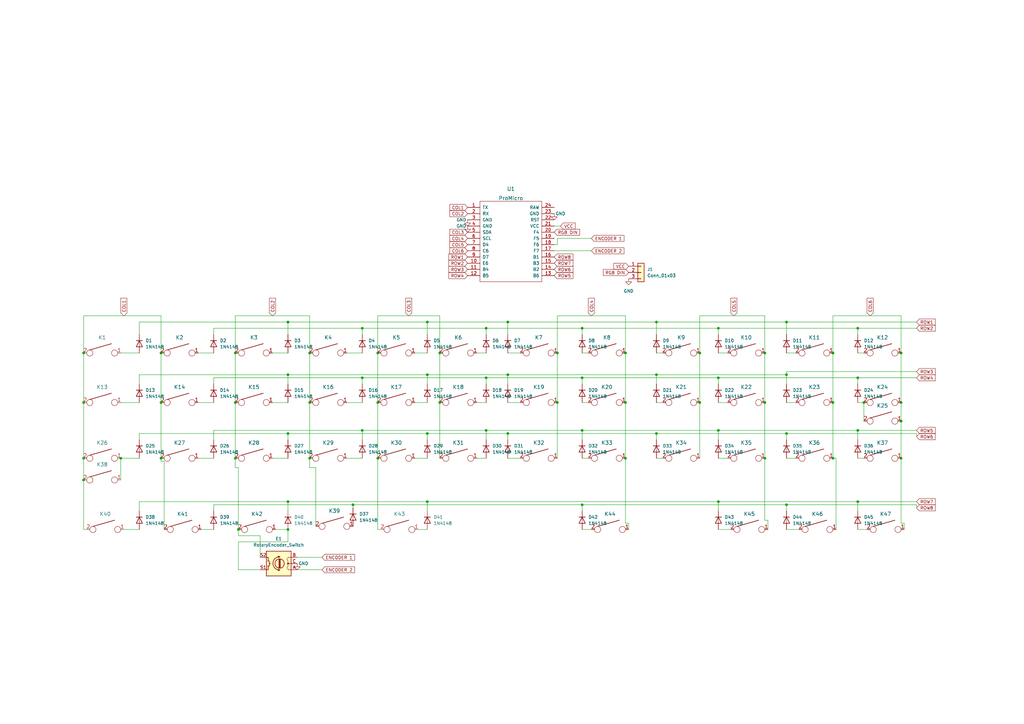
<source format=kicad_sch>
(kicad_sch (version 20211123) (generator eeschema)
  (paper "A3")
  (lib_symbols
    (symbol "Connector_Generic:Conn_01x03" (pin_names (offset 1.016) hide)
      (property "Reference" "J" (at 0 5.08 0))
      (property "Value" "Conn_01x03" (at 0 -5.08 0))
      (symbol "Conn_01x03_1_1"
        (pin passive line (at -5.08 2.54 0) (length 3.81) (name "Pin_1") (number "1"))
        (pin passive line (at -5.08 0 0) (length 3.81) (name "Pin_2") (number "2"))
        (pin passive line (at -5.08 -2.54 0) (length 3.81) (name "Pin_3") (number "3"))
      )
    )
    (symbol "Device:RotaryEncoder_Switch" (pin_names (offset 0.254) hide)
      (property "Reference" "SW" (at 0 6.604 0))
      (property "Value" "RotaryEncoder_Switch" (at 0 -6.604 0))
      (symbol "RotaryEncoder_Switch_1_1"
        (pin passive line (at -7.62 2.54 0) (length 2.54) (name "A") (number "A"))
        (pin passive line (at -7.62 -2.54 0) (length 2.54) (name "B") (number "B"))
        (pin passive line (at -7.62 0 0) (length 2.54) (name "C") (number "C"))
        (pin passive line (at 7.62 2.54 180) (length 2.54) (name "S1") (number "S1"))
        (pin passive line (at 7.62 -2.54 180) (length 2.54) (name "S2") (number "S2"))
      )
    )
    (symbol "Diode:1N4148" (pin_numbers hide) (pin_names (offset 1.016) hide)
      (property "Reference" "D" (at 0 2.54 0))
      (property "Value" "1N4148" (at 0 -2.54 0))
      (symbol "1N4148_1_1"
        (pin passive line (at -3.81 0 0) (length 2.54) (name "K") (number "1"))
        (pin passive line (at 3.81 0 180) (length 2.54) (name "A") (number "2"))
      )
    )
    (symbol "keyboard_parts:KEYSW" (pin_names (offset 1.016))
      (property "Reference" "K?" (at -1.27 0 0))
      (symbol "KEYSW_1_1"
        (pin passive line (at 7.62 0 180) (length 1.27) (name "~") (number "1"))
        (pin passive line (at -7.62 0 0) (length 1.27) (name "~") (number "2"))
      )
    )
    (symbol "power:GND" (power) (pin_names (offset 0))
      (property "Value" "GND" (at 0 -3.81 0))
      (symbol "GND_1_1"
        (pin power_in line (at 0 0 270) (length 0) hide (name "GND") (number "1"))
      )
    )
    (symbol "promicro:ProMicro" (pin_names (offset 1.016))
      (property "Reference" "U" (at 0 24.13 0))
      (property "Value" "ProMicro" (at 0 -13.97 0))
      (symbol "ProMicro_1_1"
        (pin bidirectional line (at -17.78 19.05 0) (length 5.08) (name "TX") (number "1"))
        (pin bidirectional line (at -17.78 -3.81 0) (length 5.08) (name "E6") (number "10"))
        (pin bidirectional line (at -17.78 -6.35 0) (length 5.08) (name "B4") (number "11"))
        (pin bidirectional line (at -17.78 -8.89 0) (length 5.08) (name "B5") (number "12"))
        (pin bidirectional line (at 17.78 -8.89 180) (length 5.08) (name "B6") (number "13"))
        (pin bidirectional line (at 17.78 -6.35 180) (length 5.08) (name "B2") (number "14"))
        (pin bidirectional line (at 17.78 -3.81 180) (length 5.08) (name "B3") (number "15"))
        (pin bidirectional line (at 17.78 -1.27 180) (length 5.08) (name "B1") (number "16"))
        (pin bidirectional line (at 17.78 1.27 180) (length 5.08) (name "F7") (number "17"))
        (pin bidirectional line (at 17.78 3.81 180) (length 5.08) (name "F6") (number "18"))
        (pin bidirectional line (at 17.78 6.35 180) (length 5.08) (name "F5") (number "19"))
        (pin bidirectional line (at -17.78 16.51 0) (length 5.08) (name "RX") (number "2"))
        (pin bidirectional line (at 17.78 8.89 180) (length 5.08) (name "F4") (number "20"))
        (pin power_in line (at 17.78 11.43 180) (length 5.08) (name "VCC") (number "21"))
        (pin input line (at 17.78 13.97 180) (length 5.08) (name "RST") (number "22"))
        (pin power_in line (at 17.78 16.51 180) (length 5.08) (name "GND") (number "23"))
        (pin power_out line (at 17.78 19.05 180) (length 5.08) (name "RAW") (number "24"))
        (pin power_in line (at -17.78 13.97 0) (length 5.08) (name "GND") (number "3"))
        (pin power_in line (at -17.78 11.43 0) (length 5.08) (name "GND") (number "4"))
        (pin bidirectional line (at -17.78 8.89 0) (length 5.08) (name "SDA") (number "5"))
        (pin bidirectional line (at -17.78 6.35 0) (length 5.08) (name "SCL") (number "6"))
        (pin bidirectional line (at -17.78 3.81 0) (length 5.08) (name "D4") (number "7"))
        (pin bidirectional line (at -17.78 1.27 0) (length 5.08) (name "C6") (number "8"))
        (pin bidirectional line (at -17.78 -1.27 0) (length 5.08) (name "D7") (number "9"))
      )
    )
  )
  (junction (at 208.28 177.8))
  (junction (at 127 187.96))
  (junction (at 369.57 165.1))
  (junction (at 341.63 165.1))
  (junction (at 34.29 144.78))
  (junction (at 96.52 165.1))
  (junction (at 175.26 205.74))
  (junction (at 228.6 165.1))
  (junction (at 180.34 144.78))
  (junction (at 313.69 165.1))
  (junction (at 34.29 187.96))
  (junction (at 148.59 154.94))
  (junction (at 118.11 205.74))
  (junction (at 351.79 154.94))
  (junction (at 97.79 217.17))
  (junction (at 175.26 153.67))
  (junction (at 175.26 177.8))
  (junction (at 351.79 205.74))
  (junction (at 199.39 134.62))
  (junction (at 154.94 165.1))
  (junction (at 175.26 132.08))
  (junction (at 118.11 177.8))
  (junction (at 354.33 165.1))
  (junction (at 34.29 165.1))
  (junction (at 148.59 176.53))
  (junction (at 294.64 134.62))
  (junction (at 66.04 187.96))
  (junction (at 144.78 207.01))
  (junction (at 287.02 144.78))
  (junction (at 49.53 187.96))
  (junction (at 228.6 144.78))
  (junction (at 180.34 165.1))
  (junction (at 154.94 187.96))
  (junction (at 341.63 144.78))
  (junction (at 34.29 196.85))
  (junction (at 256.54 165.1))
  (junction (at 238.76 207.01))
  (junction (at 369.57 187.96))
  (junction (at 369.57 172.72))
  (junction (at 118.11 132.08))
  (junction (at 148.59 134.62))
  (junction (at 294.64 205.74))
  (junction (at 287.02 165.1))
  (junction (at 118.11 217.17))
  (junction (at 199.39 176.53))
  (junction (at 269.24 132.08))
  (junction (at 322.58 132.08))
  (junction (at 256.54 144.78))
  (junction (at 269.24 153.67))
  (junction (at 269.24 177.8))
  (junction (at 238.76 154.94))
  (junction (at 256.54 187.96))
  (junction (at 208.28 132.08))
  (junction (at 96.52 187.96))
  (junction (at 322.58 177.8))
  (junction (at 238.76 134.62))
  (junction (at 322.58 153.67))
  (junction (at 127 165.1))
  (junction (at 154.94 144.78))
  (junction (at 96.52 144.78))
  (junction (at 208.28 153.67))
  (junction (at 351.79 176.53))
  (junction (at 369.57 144.78))
  (junction (at 341.63 187.96))
  (junction (at 127 144.78))
  (junction (at 118.11 153.67))
  (junction (at 238.76 176.53))
  (junction (at 313.69 187.96))
  (junction (at 66.04 144.78))
  (junction (at 294.64 154.94))
  (junction (at 66.04 165.1))
  (junction (at 313.69 144.78))
  (junction (at 199.39 154.94))
  (junction (at 351.79 134.62))
  (junction (at 322.58 207.01))
  (junction (at 294.64 176.53))
  (wire (pts (xy 322.58 207.01) (xy 375.92 207.01)))
  (wire (pts (xy 57.15 205.74) (xy 118.11 205.74)))
  (wire (pts (xy 175.26 153.67) (xy 208.28 153.67)))
  (wire (pts (xy 96.52 129.54) (xy 127 129.54)))
  (wire (pts (xy 322.58 177.8) (xy 322.58 180.34)))
  (wire (pts (xy 294.64 205.74) (xy 351.79 205.74)))
  (wire (pts (xy 269.24 144.78) (xy 271.78 144.78)))
  (wire (pts (xy 142.24 144.78) (xy 148.59 144.78)))
  (wire (pts (xy 127 144.78) (xy 127 165.1)))
  (wire (pts (xy 287.02 129.54) (xy 313.69 129.54)))
  (wire (pts (xy 322.58 153.67) (xy 322.58 157.48)))
  (wire (pts (xy 199.39 134.62) (xy 148.59 134.62)))
  (wire (pts (xy 227.33 102.87) (xy 242.57 102.87)))
  (wire (pts (xy 129.54 191.77) (xy 127 191.77)))
  (wire (pts (xy 294.64 176.53) (xy 351.79 176.53)))
  (wire (pts (xy 351.79 134.62) (xy 294.64 134.62)))
  (wire (pts (xy 49.53 187.96) (xy 49.53 196.85)))
  (wire (pts (xy 351.79 154.94) (xy 294.64 154.94)))
  (wire (pts (xy 127 191.77) (xy 127 187.96)))
  (wire (pts (xy 175.26 177.8) (xy 175.26 180.34)))
  (wire (pts (xy 49.53 187.96) (xy 57.15 187.96)))
  (wire (pts (xy 294.64 154.94) (xy 294.64 157.48)))
  (wire (pts (xy 170.18 144.78) (xy 175.26 144.78)))
  (wire (pts (xy 351.79 157.48) (xy 351.79 154.94)))
  (wire (pts (xy 322.58 209.55) (xy 322.58 207.01)))
  (wire (pts (xy 369.57 187.96) (xy 369.57 214.63)))
  (wire (pts (xy 171.45 217.17) (xy 175.26 217.17)))
  (wire (pts (xy 118.11 205.74) (xy 118.11 209.55)))
  (wire (pts (xy 148.59 154.94) (xy 148.59 157.48)))
  (wire (pts (xy 175.26 205.74) (xy 175.26 209.55)))
  (wire (pts (xy 96.52 144.78) (xy 96.52 165.1)))
  (wire (pts (xy 369.57 144.78) (xy 369.57 165.1)))
  (wire (pts (xy 97.79 217.17) (xy 97.79 219.71)))
  (wire (pts (xy 121.92 228.6) (xy 132.08 228.6)))
  (wire (pts (xy 322.58 132.08) (xy 322.58 137.16)))
  (wire (pts (xy 238.76 187.96) (xy 241.3 187.96)))
  (wire (pts (xy 50.8 217.17) (xy 57.15 217.17)))
  (wire (pts (xy 238.76 176.53) (xy 199.39 176.53)))
  (wire (pts (xy 257.81 214.63) (xy 257.81 217.17)))
  (wire (pts (xy 228.6 97.79) (xy 228.6 100.33)))
  (wire (pts (xy 322.58 132.08) (xy 375.92 132.08)))
  (wire (pts (xy 238.76 207.01) (xy 144.78 207.01)))
  (wire (pts (xy 287.02 144.78) (xy 287.02 165.1)))
  (wire (pts (xy 341.63 144.78) (xy 341.63 129.54)))
  (wire (pts (xy 294.64 134.62) (xy 238.76 134.62)))
  (wire (pts (xy 34.29 165.1) (xy 34.29 187.96)))
  (wire (pts (xy 118.11 132.08) (xy 118.11 137.16)))
  (wire (pts (xy 129.54 215.9) (xy 129.54 191.77)))
  (wire (pts (xy 175.26 153.67) (xy 175.26 157.48)))
  (wire (pts (xy 294.64 176.53) (xy 238.76 176.53)))
  (wire (pts (xy 208.28 132.08) (xy 269.24 132.08)))
  (wire (pts (xy 111.76 144.78) (xy 118.11 144.78)))
  (wire (pts (xy 208.28 144.78) (xy 213.36 144.78)))
  (wire (pts (xy 118.11 153.67) (xy 175.26 153.67)))
  (wire (pts (xy 208.28 132.08) (xy 208.28 137.16)))
  (wire (pts (xy 342.9 217.17) (xy 342.9 187.96)))
  (wire (pts (xy 256.54 165.1) (xy 256.54 187.96)))
  (wire (pts (xy 238.76 154.94) (xy 238.76 157.48)))
  (wire (pts (xy 322.58 177.8) (xy 375.92 177.8)))
  (wire (pts (xy 351.79 187.96) (xy 354.33 187.96)))
  (wire (pts (xy 238.76 217.17) (xy 242.57 217.17)))
  (wire (pts (xy 97.79 191.77) (xy 96.52 191.77)))
  (wire (pts (xy 238.76 207.01) (xy 238.76 209.55)))
  (wire (pts (xy 144.78 207.01) (xy 144.78 208.28)))
  (wire (pts (xy 106.68 228.6) (xy 106.68 219.71)))
  (wire (pts (xy 66.04 129.54) (xy 34.29 129.54)))
  (wire (pts (xy 67.31 189.23) (xy 66.04 189.23)))
  (wire (pts (xy 195.58 144.78) (xy 199.39 144.78)))
  (wire (pts (xy 97.79 222.25) (xy 97.79 233.68)))
  (wire (pts (xy 208.28 187.96) (xy 213.36 187.96)))
  (wire (pts (xy 57.15 132.08) (xy 118.11 132.08)))
  (wire (pts (xy 199.39 154.94) (xy 199.39 157.48)))
  (wire (pts (xy 106.68 219.71) (xy 97.79 219.71)))
  (wire (pts (xy 82.55 217.17) (xy 87.63 217.17)))
  (wire (pts (xy 57.15 209.55) (xy 57.15 205.74)))
  (wire (pts (xy 180.34 144.78) (xy 180.34 165.1)))
  (wire (pts (xy 127 129.54) (xy 127 144.78)))
  (wire (pts (xy 87.63 176.53) (xy 87.63 180.34)))
  (wire (pts (xy 341.63 165.1) (xy 341.63 187.96)))
  (wire (pts (xy 294.64 154.94) (xy 238.76 154.94)))
  (wire (pts (xy 148.59 134.62) (xy 87.63 134.62)))
  (wire (pts (xy 351.79 205.74) (xy 351.79 209.55)))
  (wire (pts (xy 113.03 217.17) (xy 118.11 217.17)))
  (wire (pts (xy 175.26 177.8) (xy 208.28 177.8)))
  (wire (pts (xy 154.94 187.96) (xy 154.94 217.17)))
  (wire (pts (xy 111.76 187.96) (xy 118.11 187.96)))
  (wire (pts (xy 256.54 187.96) (xy 256.54 214.63)))
  (wire (pts (xy 341.63 129.54) (xy 369.57 129.54)))
  (wire (pts (xy 354.33 165.1) (xy 354.33 172.72)))
  (wire (pts (xy 242.57 97.79) (xy 228.6 97.79)))
  (wire (pts (xy 175.26 132.08) (xy 208.28 132.08)))
  (wire (pts (xy 294.64 187.96) (xy 298.45 187.96)))
  (wire (pts (xy 96.52 165.1) (xy 96.52 187.96)))
  (wire (pts (xy 287.02 165.1) (xy 287.02 187.96)))
  (wire (pts (xy 269.24 165.1) (xy 271.78 165.1)))
  (wire (pts (xy 66.04 144.78) (xy 66.04 129.54)))
  (wire (pts (xy 118.11 217.17) (xy 118.11 222.25)))
  (wire (pts (xy 228.6 144.78) (xy 228.6 129.54)))
  (wire (pts (xy 351.79 217.17) (xy 355.6 217.17)))
  (wire (pts (xy 199.39 176.53) (xy 199.39 180.34)))
  (wire (pts (xy 238.76 176.53) (xy 238.76 180.34)))
  (wire (pts (xy 269.24 177.8) (xy 269.24 180.34)))
  (wire (pts (xy 313.69 213.36) (xy 314.96 213.36)))
  (wire (pts (xy 375.92 207.01) (xy 375.92 208.28)))
  (wire (pts (xy 351.79 176.53) (xy 375.92 176.53)))
  (wire (pts (xy 180.34 129.54) (xy 180.34 144.78)))
  (wire (pts (xy 322.58 165.1) (xy 326.39 165.1)))
  (wire (pts (xy 228.6 144.78) (xy 228.6 165.1)))
  (wire (pts (xy 294.64 205.74) (xy 294.64 209.55)))
  (wire (pts (xy 199.39 134.62) (xy 199.39 137.16)))
  (wire (pts (xy 97.79 217.17) (xy 97.79 191.77)))
  (wire (pts (xy 66.04 144.78) (xy 66.04 165.1)))
  (wire (pts (xy 322.58 217.17) (xy 327.66 217.17)))
  (wire (pts (xy 208.28 177.8) (xy 208.28 180.34)))
  (wire (pts (xy 341.63 144.78) (xy 341.63 165.1)))
  (wire (pts (xy 269.24 132.08) (xy 269.24 137.16)))
  (wire (pts (xy 238.76 134.62) (xy 238.76 137.16)))
  (wire (pts (xy 34.29 144.78) (xy 34.29 165.1)))
  (wire (pts (xy 351.79 154.94) (xy 375.92 154.94)))
  (wire (pts (xy 118.11 205.74) (xy 175.26 205.74)))
  (wire (pts (xy 351.79 205.74) (xy 375.92 205.74)))
  (wire (pts (xy 34.29 217.17) (xy 35.56 217.17)))
  (wire (pts (xy 34.29 187.96) (xy 34.29 196.85)))
  (wire (pts (xy 154.94 144.78) (xy 154.94 129.54)))
  (wire (pts (xy 148.59 134.62) (xy 148.59 137.16)))
  (wire (pts (xy 118.11 132.08) (xy 175.26 132.08)))
  (wire (pts (xy 314.96 213.36) (xy 314.96 217.17)))
  (wire (pts (xy 121.92 233.68) (xy 132.08 233.68)))
  (wire (pts (xy 269.24 177.8) (xy 322.58 177.8)))
  (wire (pts (xy 81.28 187.96) (xy 87.63 187.96)))
  (wire (pts (xy 148.59 154.94) (xy 87.63 154.94)))
  (wire (pts (xy 57.15 180.34) (xy 57.15 177.8)))
  (wire (pts (xy 106.68 233.68) (xy 97.79 233.68)))
  (wire (pts (xy 369.57 214.63) (xy 370.84 214.63)))
  (wire (pts (xy 49.53 144.78) (xy 57.15 144.78)))
  (wire (pts (xy 96.52 191.77) (xy 96.52 187.96)))
  (wire (pts (xy 199.39 176.53) (xy 148.59 176.53)))
  (wire (pts (xy 66.04 165.1) (xy 66.04 187.96)))
  (wire (pts (xy 375.92 152.4) (xy 322.58 152.4)))
  (wire (pts (xy 228.6 129.54) (xy 256.54 129.54)))
  (wire (pts (xy 294.64 217.17) (xy 299.72 217.17)))
  (wire (pts (xy 144.78 207.01) (xy 87.63 207.01)))
  (wire (pts (xy 256.54 129.54) (xy 256.54 144.78)))
  (wire (pts (xy 34.29 196.85) (xy 34.29 217.17)))
  (wire (pts (xy 313.69 129.54) (xy 313.69 144.78)))
  (wire (pts (xy 118.11 177.8) (xy 175.26 177.8)))
  (wire (pts (xy 154.94 165.1) (xy 154.94 187.96)))
  (wire (pts (xy 111.76 165.1) (xy 118.11 165.1)))
  (wire (pts (xy 154.94 217.17) (xy 156.21 217.17)))
  (wire (pts (xy 154.94 129.54) (xy 180.34 129.54)))
  (wire (pts (xy 57.15 137.16) (xy 57.15 132.08)))
  (wire (pts (xy 342.9 187.96) (xy 341.63 187.96)))
  (wire (pts (xy 322.58 187.96) (xy 326.39 187.96)))
  (wire (pts (xy 256.54 214.63) (xy 257.81 214.63)))
  (wire (pts (xy 195.58 187.96) (xy 199.39 187.96)))
  (wire (pts (xy 170.18 187.96) (xy 175.26 187.96)))
  (wire (pts (xy 96.52 144.78) (xy 96.52 129.54)))
  (wire (pts (xy 369.57 165.1) (xy 369.57 172.72)))
  (wire (pts (xy 269.24 153.67) (xy 322.58 153.67)))
  (wire (pts (xy 208.28 165.1) (xy 213.36 165.1)))
  (wire (pts (xy 351.79 144.78) (xy 354.33 144.78)))
  (wire (pts (xy 208.28 177.8) (xy 269.24 177.8)))
  (wire (pts (xy 294.64 165.1) (xy 298.45 165.1)))
  (wire (pts (xy 199.39 154.94) (xy 148.59 154.94)))
  (wire (pts (xy 369.57 172.72) (xy 369.57 187.96)))
  (wire (pts (xy 351.79 134.62) (xy 375.92 134.62)))
  (wire (pts (xy 351.79 165.1) (xy 354.33 165.1)))
  (wire (pts (xy 294.64 144.78) (xy 298.45 144.78)))
  (wire (pts (xy 351.79 137.16) (xy 351.79 134.62)))
  (wire (pts (xy 49.53 165.1) (xy 57.15 165.1)))
  (wire (pts (xy 87.63 154.94) (xy 87.63 157.48)))
  (wire (pts (xy 256.54 144.78) (xy 256.54 165.1)))
  (wire (pts (xy 228.6 165.1) (xy 228.6 187.96)))
  (wire (pts (xy 370.84 214.63) (xy 370.84 217.17)))
  (wire (pts (xy 34.29 129.54) (xy 34.29 144.78)))
  (wire (pts (xy 148.59 176.53) (xy 87.63 176.53)))
  (wire (pts (xy 81.28 144.78) (xy 87.63 144.78)))
  (wire (pts (xy 87.63 134.62) (xy 87.63 137.16)))
  (wire (pts (xy 269.24 132.08) (xy 322.58 132.08)))
  (wire (pts (xy 127 165.1) (xy 127 187.96)))
  (wire (pts (xy 313.69 165.1) (xy 313.69 187.96)))
  (wire (pts (xy 269.24 187.96) (xy 271.78 187.96)))
  (wire (pts (xy 313.69 144.78) (xy 313.69 165.1)))
  (wire (pts (xy 57.15 157.48) (xy 57.15 153.67)))
  (wire (pts (xy 118.11 177.8) (xy 118.11 180.34)))
  (wire (pts (xy 87.63 207.01) (xy 87.63 209.55)))
  (wire (pts (xy 227.33 92.71) (xy 229.87 92.71)))
  (wire (pts (xy 238.76 165.1) (xy 241.3 165.1)))
  (wire (pts (xy 294.64 180.34) (xy 294.64 176.53)))
  (wire (pts (xy 238.76 154.94) (xy 199.39 154.94)))
  (wire (pts (xy 313.69 187.96) (xy 313.69 213.36)))
  (wire (pts (xy 238.76 144.78) (xy 241.3 144.78)))
  (wire (pts (xy 322.58 207.01) (xy 238.76 207.01)))
  (wire (pts (xy 154.94 144.78) (xy 154.94 165.1)))
  (wire (pts (xy 81.28 165.1) (xy 87.63 165.1)))
  (wire (pts (xy 175.26 205.74) (xy 294.64 205.74)))
  (wire (pts (xy 228.6 100.33) (xy 227.33 100.33)))
  (wire (pts (xy 142.24 187.96) (xy 148.59 187.96)))
  (wire (pts (xy 208.28 153.67) (xy 269.24 153.67)))
  (wire (pts (xy 208.28 153.67) (xy 208.28 157.48)))
  (wire (pts (xy 118.11 222.25) (xy 97.79 222.25)))
  (wire (pts (xy 294.64 134.62) (xy 294.64 137.16)))
  (wire (pts (xy 148.59 176.53) (xy 148.59 180.34)))
  (wire (pts (xy 269.24 153.67) (xy 269.24 157.48)))
  (wire (pts (xy 118.11 153.67) (xy 118.11 157.48)))
  (wire (pts (xy 142.24 165.1) (xy 148.59 165.1)))
  (wire (pts (xy 287.02 144.78) (xy 287.02 129.54)))
  (wire (pts (xy 57.15 153.67) (xy 118.11 153.67)))
  (wire (pts (xy 66.04 189.23) (xy 66.04 187.96)))
  (wire (pts (xy 351.79 176.53) (xy 351.79 180.34)))
  (wire (pts (xy 238.76 134.62) (xy 199.39 134.62)))
  (wire (pts (xy 322.58 152.4) (xy 322.58 153.67)))
  (wire (pts (xy 369.57 129.54) (xy 369.57 144.78)))
  (wire (pts (xy 170.18 165.1) (xy 175.26 165.1)))
  (wire (pts (xy 322.58 144.78) (xy 326.39 144.78)))
  (wire (pts (xy 375.92 177.8) (xy 375.92 179.07)))
  (wire (pts (xy 180.34 165.1) (xy 180.34 187.96)))
  (wire (pts (xy 175.26 132.08) (xy 175.26 137.16)))
  (wire (pts (xy 67.31 217.17) (xy 67.31 189.23)))
  (wire (pts (xy 195.58 165.1) (xy 199.39 165.1)))
  (wire (pts (xy 57.15 177.8) (xy 118.11 177.8)))
  (global_label "RGB DIN" (shape input) (at 257.81 111.76 180) (property "Intersheet References" "${INTERSHEET_REFS}" (effects hide)))
  (global_label "COL5" (shape input) (at 300.99 129.54 90) (property "Intersheet References" "${INTERSHEET_REFS}" (effects hide)))
  (global_label "ROW2" (shape input) (at 375.92 134.62 0) (property "Intersheet References" "${INTERSHEET_REFS}" (effects hide)))
  (global_label "COL3" (shape input) (at 167.64 129.54 90) (property "Intersheet References" "${INTERSHEET_REFS}" (effects hide)))
  (global_label "ROW3" (shape input) (at 191.77 110.49 180) (property "Intersheet References" "${INTERSHEET_REFS}" (effects hide)))
  (global_label "COL4" (shape input) (at 191.77 97.79 180) (property "Intersheet References" "${INTERSHEET_REFS}" (effects hide)))
  (global_label "ROW4" (shape input) (at 375.92 154.94 0) (property "Intersheet References" "${INTERSHEET_REFS}" (effects hide)))
  (global_label "ROW8" (shape input) (at 227.33 105.41 0) (property "Intersheet References" "${INTERSHEET_REFS}" (effects hide)))
  (global_label "ROW7" (shape input) (at 227.33 107.95 0) (property "Intersheet References" "${INTERSHEET_REFS}" (effects hide)))
  (global_label "ENCODER 1" (shape input) (at 242.57 97.79 0) (property "Intersheet References" "${INTERSHEET_REFS}" (effects hide)))
  (global_label "COL1" (shape input) (at 50.8 129.54 90) (property "Intersheet References" "${INTERSHEET_REFS}" (effects hide)))
  (global_label "ROW5" (shape input) (at 375.92 176.53 0) (property "Intersheet References" "${INTERSHEET_REFS}" (effects hide)))
  (global_label "ROW5" (shape input) (at 227.33 113.03 0) (property "Intersheet References" "${INTERSHEET_REFS}" (effects hide)))
  (global_label "ROW1" (shape input) (at 191.77 105.41 180) (property "Intersheet References" "${INTERSHEET_REFS}" (effects hide)))
  (global_label "ENCODER 2" (shape input) (at 132.08 233.68 0) (property "Intersheet References" "${INTERSHEET_REFS}" (effects hide)))
  (global_label "ROW1" (shape input) (at 375.92 132.08 0) (property "Intersheet References" "${INTERSHEET_REFS}" (effects hide)))
  (global_label "ROW3" (shape input) (at 375.92 152.4 0) (property "Intersheet References" "${INTERSHEET_REFS}" (effects hide)))
  (global_label "VCC" (shape input) (at 257.81 109.22 180) (property "Intersheet References" "${INTERSHEET_REFS}" (effects hide)))
  (global_label "COL4" (shape input) (at 242.57 129.54 90) (property "Intersheet References" "${INTERSHEET_REFS}" (effects hide)))
  (global_label "COL2" (shape input) (at 191.77 87.63 180) (property "Intersheet References" "${INTERSHEET_REFS}" (effects hide)))
  (global_label "COL6" (shape input) (at 356.87 129.54 90) (property "Intersheet References" "${INTERSHEET_REFS}" (effects hide)))
  (global_label "COL3" (shape input) (at 191.77 95.25 180) (property "Intersheet References" "${INTERSHEET_REFS}" (effects hide)))
  (global_label "ENCODER 1" (shape input) (at 132.08 228.6 0) (property "Intersheet References" "${INTERSHEET_REFS}" (effects hide)))
  (global_label "COL1" (shape input) (at 191.77 85.09 180) (property "Intersheet References" "${INTERSHEET_REFS}" (effects hide)))
  (global_label "COL2" (shape input) (at 111.76 129.54 90) (property "Intersheet References" "${INTERSHEET_REFS}" (effects hide)))
  (global_label "VCC" (shape input) (at 229.87 92.71 0) (property "Intersheet References" "${INTERSHEET_REFS}" (effects hide)))
  (global_label "ROW6" (shape input) (at 375.92 179.07 0) (property "Intersheet References" "${INTERSHEET_REFS}" (effects hide)))
  (global_label "ROW2" (shape input) (at 191.77 107.95 180) (property "Intersheet References" "${INTERSHEET_REFS}" (effects hide)))
  (global_label "COL5" (shape input) (at 191.77 100.33 180) (property "Intersheet References" "${INTERSHEET_REFS}" (effects hide)))
  (global_label "ROW4" (shape input) (at 191.77 113.03 180) (property "Intersheet References" "${INTERSHEET_REFS}" (effects hide)))
  (global_label "RGB DIN" (shape input) (at 227.33 95.25 0) (property "Intersheet References" "${INTERSHEET_REFS}" (effects hide)))
  (global_label "COL6" (shape input) (at 191.77 102.87 180) (property "Intersheet References" "${INTERSHEET_REFS}" (effects hide)))
  (global_label "ROW8" (shape input) (at 375.92 208.28 0) (property "Intersheet References" "${INTERSHEET_REFS}" (effects hide)))
  (global_label "ENCODER 2" (shape input) (at 242.57 102.87 0) (property "Intersheet References" "${INTERSHEET_REFS}" (effects hide)))
  (global_label "ROW7" (shape input) (at 375.92 205.74 0) (property "Intersheet References" "${INTERSHEET_REFS}" (effects hide)))
  (global_label "ROW6" (shape input) (at 227.33 110.49 0) (property "Intersheet References" "${INTERSHEET_REFS}" (effects hide)))
  (symbol (lib_id "keyboard_parts:KEYSW") (at 187.96 165.1 0) (unit 1)
    (property "Reference" "K18" (at 187.96 158.75 0) (effects (font (size 1.524 1.524))))
    (property "Value" "KEYSW" (effects hide))
    (property "Footprint" "Button_Switch_Keyboard:SW_Cherry_MX_1.00u_PCB" (effects hide))
  )
  (symbol (lib_id "keyboard_parts:KEYSW") (at 137.16 215.9 0) (unit 1)
    (property "Reference" "K39" (at 137.16 209.55 0) (effects (font (size 1.524 1.524))))
    (property "Value" "KEYSW" (effects hide))
    (property "Footprint" "Button_Switch_Keyboard:SW_Cherry_MX_1.00u_PCB" (effects hide))
  )
  (symbol (lib_id "keyboard_parts:KEYSW") (at 73.66 165.1 0) (unit 1)
    (property "Reference" "K14" (at 73.66 158.75 0) (effects (font (size 1.524 1.524))))
    (property "Value" "KEYSW" (effects hide))
    (property "Footprint" "Button_Switch_Keyboard:SW_Cherry_MX_1.00u_PCB" (effects hide))
  )
  (symbol (lib_id "Diode:1N4148") (at 294.64 140.97 270) (unit 1)
    (property "Reference" "D10" (at 297.18 139.6999 90) (effects (justify left)))
    (property "Value" "1N4148" (at 297.18 142.2399 90) (effects (justify left)))
    (property "Footprint" "Diode_THT:D_DO-35_SOD27_P7.62mm_Horizontal" (effects hide))
    (property "Datasheet" "https://assets.nexperia.com/documents/data-sheet/1N4148_1N4448.pdf" (effects hide))
  )
  (symbol (lib_id "keyboard_parts:KEYSW") (at 73.66 187.96 0) (unit 1)
    (property "Reference" "K27" (at 73.66 181.61 0) (effects (font (size 1.524 1.524))))
    (property "Value" "KEYSW" (effects hide))
    (property "Footprint" "Button_Switch_Keyboard:SW_Cherry_MX_1.00u_PCB" (effects hide))
  )
  (symbol (lib_id "Diode:1N4148") (at 294.64 161.29 270) (unit 1)
    (property "Reference" "D22" (at 297.18 160.0199 90) (effects (justify left)))
    (property "Value" "1N4148" (at 297.18 162.5599 90) (effects (justify left)))
    (property "Footprint" "Diode_THT:D_DO-35_SOD27_P7.62mm_Horizontal" (effects hide))
    (property "Datasheet" "https://assets.nexperia.com/documents/data-sheet/1N4148_1N4448.pdf" (effects hide))
  )
  (symbol (lib_id "keyboard_parts:KEYSW") (at 41.91 144.78 0) (unit 1)
    (property "Reference" "K1" (at 41.91 138.43 0) (effects (font (size 1.524 1.524))))
    (property "Value" "KEYSW" (effects hide))
    (property "Footprint" "Button_Switch_Keyboard:SW_Cherry_MX_1.00u_PCB" (effects hide))
  )
  (symbol (lib_id "Diode:1N4148") (at 322.58 213.36 270) (unit 1)
    (property "Reference" "D44" (at 325.12 212.0899 90) (effects (justify left)))
    (property "Value" "1N4148" (at 325.12 214.6299 90) (effects (justify left)))
    (property "Footprint" "Diode_THT:D_DO-35_SOD27_P7.62mm_Horizontal" (effects hide))
    (property "Datasheet" "https://assets.nexperia.com/documents/data-sheet/1N4148_1N4448.pdf" (effects hide))
  )
  (symbol (lib_id "keyboard_parts:KEYSW") (at 279.4 144.78 0) (unit 1)
    (property "Reference" "K9" (at 279.4 138.43 0) (effects (font (size 1.524 1.524))))
    (property "Value" "KEYSW" (effects hide))
    (property "Footprint" "Button_Switch_Keyboard:SW_Cherry_MX_1.00u_PCB" (effects hide))
  )
  (symbol (lib_id "Diode:1N4148") (at 175.26 161.29 270) (unit 1)
    (property "Reference" "D17" (at 177.8 160.0199 90) (effects (justify left)))
    (property "Value" "1N4148" (at 177.8 162.5599 90) (effects (justify left)))
    (property "Footprint" "Diode_THT:D_DO-35_SOD27_P7.62mm_Horizontal" (effects hide))
    (property "Datasheet" "https://assets.nexperia.com/documents/data-sheet/1N4148_1N4448.pdf" (effects hide))
  )
  (symbol (lib_id "keyboard_parts:KEYSW") (at 134.62 165.1 0) (unit 1)
    (property "Reference" "K16" (at 134.62 158.75 0) (effects (font (size 1.524 1.524))))
    (property "Value" "KEYSW" (effects hide))
    (property "Footprint" "Button_Switch_Keyboard:SW_Cherry_MX_1.00u_PCB" (effects hide))
  )
  (symbol (lib_id "keyboard_parts:KEYSW") (at 73.66 144.78 0) (unit 1)
    (property "Reference" "K2" (at 73.66 138.43 0) (effects (font (size 1.524 1.524))))
    (property "Value" "KEYSW" (effects hide))
    (property "Footprint" "Button_Switch_Keyboard:SW_Cherry_MX_1.00u_PCB" (effects hide))
  )
  (symbol (lib_id "keyboard_parts:KEYSW") (at 306.07 187.96 0) (unit 1)
    (property "Reference" "K35" (at 306.07 181.61 0) (effects (font (size 1.524 1.524))))
    (property "Value" "KEYSW" (effects hide))
    (property "Footprint" "Button_Switch_Keyboard:SW_Cherry_MX_1.00u_PCB" (effects hide))
  )
  (symbol (lib_id "keyboard_parts:KEYSW") (at 248.92 187.96 0) (unit 1)
    (property "Reference" "K33" (at 248.92 181.61 0) (effects (font (size 1.524 1.524))))
    (property "Value" "KEYSW" (effects hide))
    (property "Footprint" "Button_Switch_Keyboard:SW_Cherry_MX_1.00u_PCB" (effects hide))
  )
  (symbol (lib_id "Diode:1N4148") (at 118.11 184.15 270) (unit 1)
    (property "Reference" "D27" (at 120.65 182.8799 90) (effects (justify left)))
    (property "Value" "1N4148" (at 120.65 185.4199 90) (effects (justify left)))
    (property "Footprint" "Diode_THT:D_DO-35_SOD27_P7.62mm_Horizontal" (effects hide))
    (property "Datasheet" "https://assets.nexperia.com/documents/data-sheet/1N4148_1N4448.pdf" (effects hide))
  )
  (symbol (lib_id "keyboard_parts:KEYSW") (at 220.98 165.1 0) (unit 1)
    (property "Reference" "K19" (at 220.98 158.75 0) (effects (font (size 1.524 1.524))))
    (property "Value" "KEYSW" (effects hide))
    (property "Footprint" "Button_Switch_Keyboard:SW_Cherry_MX_1.00u_PCB" (effects hide))
  )
  (symbol (lib_id "Diode:1N4148") (at 208.28 140.97 270) (unit 1)
    (property "Reference" "D7" (at 210.82 139.6999 90) (effects (justify left)))
    (property "Value" "1N4148" (at 210.82 142.2399 90) (effects (justify left)))
    (property "Footprint" "Diode_THT:D_DO-35_SOD27_P7.62mm_Horizontal" (effects hide))
    (property "Datasheet" "https://assets.nexperia.com/documents/data-sheet/1N4148_1N4448.pdf" (effects hide))
  )
  (symbol (lib_id "keyboard_parts:KEYSW") (at 334.01 165.1 0) (unit 1)
    (property "Reference" "K23" (at 334.01 158.75 0) (effects (font (size 1.524 1.524))))
    (property "Value" "KEYSW" (effects hide))
    (property "Footprint" "Button_Switch_Keyboard:SW_Cherry_MX_1.00u_PCB" (effects hide))
  )
  (symbol (lib_id "keyboard_parts:KEYSW") (at 334.01 187.96 0) (unit 1)
    (property "Reference" "K36" (at 334.01 181.61 0) (effects (font (size 1.524 1.524))))
    (property "Value" "KEYSW" (effects hide))
    (property "Footprint" "Button_Switch_Keyboard:SW_Cherry_MX_1.00u_PCB" (effects hide))
  )
  (symbol (lib_id "Diode:1N4148") (at 294.64 213.36 270) (unit 1)
    (property "Reference" "D43" (at 297.18 212.0899 90) (effects (justify left)))
    (property "Value" "1N4148" (at 297.18 214.6299 90) (effects (justify left)))
    (property "Footprint" "Diode_THT:D_DO-35_SOD27_P7.62mm_Horizontal" (effects hide))
    (property "Datasheet" "https://assets.nexperia.com/documents/data-sheet/1N4148_1N4448.pdf" (effects hide))
  )
  (symbol (lib_id "keyboard_parts:KEYSW") (at 41.91 165.1 0) (unit 1)
    (property "Reference" "K13" (at 41.91 158.75 0) (effects (font (size 1.524 1.524))))
    (property "Value" "KEYSW" (effects hide))
    (property "Footprint" "Button_Switch_Keyboard:SW_Cherry_MX_1.00u_PCB" (effects hide))
  )
  (symbol (lib_id "keyboard_parts:KEYSW") (at 361.95 165.1 0) (unit 1)
    (property "Reference" "K24" (at 361.95 158.75 0) (effects (font (size 1.524 1.524))))
    (property "Value" "KEYSW" (effects hide))
    (property "Footprint" "Button_Switch_Keyboard:SW_Cherry_MX_1.00u_PCB" (effects hide))
  )
  (symbol (lib_id "Diode:1N4148") (at 118.11 213.36 270) (unit 1)
    (property "Reference" "D40" (at 120.65 212.0899 90) (effects (justify left)))
    (property "Value" "1N4148" (at 120.65 214.6299 90) (effects (justify left)))
    (property "Footprint" "Diode_THT:D_DO-35_SOD27_P7.62mm_Horizontal" (effects hide))
    (property "Datasheet" "https://assets.nexperia.com/documents/data-sheet/1N4148_1N4448.pdf" (effects hide))
  )
  (symbol (lib_id "keyboard_parts:KEYSW") (at 162.56 165.1 0) (unit 1)
    (property "Reference" "K17" (at 162.56 158.75 0) (effects (font (size 1.524 1.524))))
    (property "Value" "KEYSW" (effects hide))
    (property "Footprint" "Button_Switch_Keyboard:SW_Cherry_MX_1.00u_PCB" (effects hide))
  )
  (symbol (lib_id "Diode:1N4148") (at 238.76 140.97 270) (unit 1)
    (property "Reference" "D8" (at 241.3 139.6999 90) (effects (justify left)))
    (property "Value" "1N4148" (at 241.3 142.2399 90) (effects (justify left)))
    (property "Footprint" "Diode_THT:D_DO-35_SOD27_P7.62mm_Horizontal" (effects hide))
    (property "Datasheet" "https://assets.nexperia.com/documents/data-sheet/1N4148_1N4448.pdf" (effects hide))
  )
  (symbol (lib_id "Connector_Generic:Conn_01x03") (at 262.89 111.76 0) (unit 1)
    (property "Reference" "J1" (at 265.43 110.4899 0) (effects (justify left)))
    (property "Value" "Conn_01x03" (at 265.43 113.0299 0) (effects (justify left)))
    (property "Footprint" "Connector_PinHeader_2.54mm:PinHeader_1x03_P2.54mm_Vertical" (effects hide))
  )
  (symbol (lib_id "Diode:1N4148") (at 87.63 184.15 270) (unit 1)
    (property "Reference" "D26" (at 90.17 182.8799 90) (effects (justify left)))
    (property "Value" "1N4148" (at 90.17 185.4199 90) (effects (justify left)))
    (property "Footprint" "Diode_THT:D_DO-35_SOD27_P7.62mm_Horizontal" (effects hide))
    (property "Datasheet" "https://assets.nexperia.com/documents/data-sheet/1N4148_1N4448.pdf" (effects hide))
  )
  (symbol (lib_id "keyboard_parts:KEYSW") (at 361.95 144.78 0) (unit 1)
    (property "Reference" "K12" (at 361.95 138.43 0) (effects (font (size 1.524 1.524))))
    (property "Value" "KEYSW" (effects hide))
    (property "Footprint" "Button_Switch_Keyboard:SW_Cherry_MX_1.00u_PCB" (effects hide))
  )
  (symbol (lib_id "keyboard_parts:KEYSW") (at 248.92 165.1 0) (unit 1)
    (property "Reference" "K20" (at 248.92 158.75 0) (effects (font (size 1.524 1.524))))
    (property "Value" "KEYSW" (effects hide))
    (property "Footprint" "Button_Switch_Keyboard:SW_Cherry_MX_1.00u_PCB" (effects hide))
  )
  (symbol (lib_id "Diode:1N4148") (at 208.28 184.15 270) (unit 1)
    (property "Reference" "D31" (at 210.82 182.8799 90) (effects (justify left)))
    (property "Value" "1N4148" (at 210.82 185.4199 90) (effects (justify left)))
    (property "Footprint" "Diode_THT:D_DO-35_SOD27_P7.62mm_Horizontal" (effects hide))
    (property "Datasheet" "https://assets.nexperia.com/documents/data-sheet/1N4148_1N4448.pdf" (effects hide))
  )
  (symbol (lib_id "Diode:1N4148") (at 322.58 140.97 270) (unit 1)
    (property "Reference" "D11" (at 325.12 139.6999 90) (effects (justify left)))
    (property "Value" "1N4148" (at 325.12 142.2399 90) (effects (justify left)))
    (property "Footprint" "Diode_THT:D_DO-35_SOD27_P7.62mm_Horizontal" (effects hide))
    (property "Datasheet" "https://assets.nexperia.com/documents/data-sheet/1N4148_1N4448.pdf" (effects hide))
  )
  (symbol (lib_id "keyboard_parts:KEYSW") (at 104.14 187.96 0) (unit 1)
    (property "Reference" "K28" (at 104.14 181.61 0) (effects (font (size 1.524 1.524))))
    (property "Value" "KEYSW" (effects hide))
    (property "Footprint" "Button_Switch_Keyboard:SW_Cherry_MX_1.00u_PCB" (effects hide))
  )
  (symbol (lib_id "power:GND") (at 257.81 114.3 0) (unit 1)
    (property "Reference" "#PWR04" (effects hide))
    (property "Value" "GND" (at 257.81 119.38 0))
  )
  (symbol (lib_id "Diode:1N4148") (at 351.79 140.97 270) (unit 1)
    (property "Reference" "D12" (at 354.33 139.6999 90) (effects (justify left)))
    (property "Value" "1N4148" (at 354.33 142.2399 90) (effects (justify left)))
    (property "Footprint" "Diode_THT:D_DO-35_SOD27_P7.62mm_Horizontal" (effects hide))
    (property "Datasheet" "https://assets.nexperia.com/documents/data-sheet/1N4148_1N4448.pdf" (effects hide))
  )
  (symbol (lib_id "Diode:1N4148") (at 118.11 140.97 270) (unit 1)
    (property "Reference" "D3" (at 120.65 139.6999 90) (effects (justify left)))
    (property "Value" "1N4148" (at 120.65 142.2399 90) (effects (justify left)))
    (property "Footprint" "Diode_THT:D_DO-35_SOD27_P7.62mm_Horizontal" (effects hide))
    (property "Datasheet" "https://assets.nexperia.com/documents/data-sheet/1N4148_1N4448.pdf" (effects hide))
  )
  (symbol (lib_id "Diode:1N4148") (at 118.11 161.29 270) (unit 1)
    (property "Reference" "D15" (at 120.65 160.0199 90) (effects (justify left)))
    (property "Value" "1N4148" (at 120.65 162.5599 90) (effects (justify left)))
    (property "Footprint" "Diode_THT:D_DO-35_SOD27_P7.62mm_Horizontal" (effects hide))
    (property "Datasheet" "https://assets.nexperia.com/documents/data-sheet/1N4148_1N4448.pdf" (effects hide))
  )
  (symbol (lib_id "power:GND") (at 191.77 90.17 0) (unit 1)
    (property "Reference" "#PWR02" (effects hide))
    (property "Value" "GND" (at 189.23 90.17 0))
  )
  (symbol (lib_id "Diode:1N4148") (at 175.26 140.97 270) (unit 1)
    (property "Reference" "D5" (at 177.8 139.6999 90) (effects (justify left)))
    (property "Value" "1N4148" (at 177.8 142.2399 90) (effects (justify left)))
    (property "Footprint" "Diode_THT:D_DO-35_SOD27_P7.62mm_Horizontal" (effects hide))
    (property "Datasheet" "https://assets.nexperia.com/documents/data-sheet/1N4148_1N4448.pdf" (effects hide))
  )
  (symbol (lib_id "keyboard_parts:KEYSW") (at 361.95 187.96 0) (unit 1)
    (property "Reference" "K37" (at 361.95 181.61 0) (effects (font (size 1.524 1.524))))
    (property "Value" "KEYSW" (effects hide))
    (property "Footprint" "Button_Switch_Keyboard:SW_Cherry_MX_1.00u_PCB" (effects hide))
  )
  (symbol (lib_id "Diode:1N4148") (at 199.39 161.29 270) (unit 1)
    (property "Reference" "D18" (at 201.93 160.0199 90) (effects (justify left)))
    (property "Value" "1N4148" (at 201.93 162.5599 90) (effects (justify left)))
    (property "Footprint" "Diode_THT:D_DO-35_SOD27_P7.62mm_Horizontal" (effects hide))
    (property "Datasheet" "https://assets.nexperia.com/documents/data-sheet/1N4148_1N4448.pdf" (effects hide))
  )
  (symbol (lib_id "keyboard_parts:KEYSW") (at 134.62 144.78 0) (unit 1)
    (property "Reference" "K4" (at 134.62 138.43 0) (effects (font (size 1.524 1.524))))
    (property "Value" "KEYSW" (effects hide))
    (property "Footprint" "Button_Switch_Keyboard:SW_Cherry_MX_1.00u_PCB" (effects hide))
  )
  (symbol (lib_id "Diode:1N4148") (at 87.63 213.36 270) (unit 1)
    (property "Reference" "D39" (at 90.17 212.0899 90) (effects (justify left)))
    (property "Value" "1N4148" (at 90.17 214.6299 90) (effects (justify left)))
    (property "Footprint" "Diode_THT:D_DO-35_SOD27_P7.62mm_Horizontal" (effects hide))
    (property "Datasheet" "https://assets.nexperia.com/documents/data-sheet/1N4148_1N4448.pdf" (effects hide))
  )
  (symbol (lib_id "keyboard_parts:KEYSW") (at 104.14 144.78 0) (unit 1)
    (property "Reference" "K3" (at 104.14 138.43 0) (effects (font (size 1.524 1.524))))
    (property "Value" "KEYSW" (effects hide))
    (property "Footprint" "Button_Switch_Keyboard:SW_Cherry_MX_1.00u_PCB" (effects hide))
  )
  (symbol (lib_id "power:GND") (at 191.77 92.71 0) (unit 1)
    (property "Reference" "#PWR03" (effects hide))
    (property "Value" "GND" (at 189.23 92.71 0))
  )
  (symbol (lib_id "keyboard_parts:KEYSW") (at 104.14 165.1 0) (unit 1)
    (property "Reference" "K15" (at 104.14 158.75 0) (effects (font (size 1.524 1.524))))
    (property "Value" "KEYSW" (effects hide))
    (property "Footprint" "Button_Switch_Keyboard:SW_Cherry_MX_1.00u_PCB" (effects hide))
  )
  (symbol (lib_id "power:GND") (at 121.92 231.14 0) (unit 1)
    (property "Reference" "#PWR05" (effects hide))
    (property "Value" "GND" (at 124.46 231.14 0))
  )
  (symbol (lib_id "Diode:1N4148") (at 175.26 213.36 270) (unit 1)
    (property "Reference" "D41" (at 177.8 212.0899 90) (effects (justify left)))
    (property "Value" "1N4148" (at 177.8 214.6299 90) (effects (justify left)))
    (property "Footprint" "Diode_THT:D_DO-35_SOD27_P7.62mm_Horizontal" (effects hide))
    (property "Datasheet" "https://assets.nexperia.com/documents/data-sheet/1N4148_1N4448.pdf" (effects hide))
  )
  (symbol (lib_id "Diode:1N4148") (at 57.15 161.29 270) (unit 1)
    (property "Reference" "D13" (at 59.69 160.0199 90) (effects (justify left)))
    (property "Value" "1N4148" (at 59.69 162.5599 90) (effects (justify left)))
    (property "Footprint" "Diode_THT:D_DO-35_SOD27_P7.62mm_Horizontal" (effects hide))
    (property "Datasheet" "https://assets.nexperia.com/documents/data-sheet/1N4148_1N4448.pdf" (effects hide))
  )
  (symbol (lib_id "Diode:1N4148") (at 322.58 161.29 270) (unit 1)
    (property "Reference" "D23" (at 325.12 160.0199 90) (effects (justify left)))
    (property "Value" "1N4148" (at 325.12 162.5599 90) (effects (justify left)))
    (property "Footprint" "Diode_THT:D_DO-35_SOD27_P7.62mm_Horizontal" (effects hide))
    (property "Datasheet" "https://assets.nexperia.com/documents/data-sheet/1N4148_1N4448.pdf" (effects hide))
  )
  (symbol (lib_id "keyboard_parts:KEYSW") (at 363.22 217.17 0) (unit 1)
    (property "Reference" "K47" (at 363.22 210.82 0) (effects (font (size 1.524 1.524))))
    (property "Value" "KEYSW" (effects hide))
    (property "Footprint" "Button_Switch_Keyboard:SW_Cherry_MX_1.00u_PCB" (effects hide))
  )
  (symbol (lib_id "keyboard_parts:KEYSW") (at 220.98 187.96 0) (unit 1)
    (property "Reference" "K32" (at 220.98 181.61 0) (effects (font (size 1.524 1.524))))
    (property "Value" "KEYSW" (effects hide))
    (property "Footprint" "Button_Switch_Keyboard:SW_Cherry_MX_1.00u_PCB" (effects hide))
  )
  (symbol (lib_id "Diode:1N4148") (at 57.15 213.36 270) (unit 1)
    (property "Reference" "D38" (at 59.69 212.0899 90) (effects (justify left)))
    (property "Value" "1N4148" (at 59.69 214.6299 90) (effects (justify left)))
    (property "Footprint" "Diode_THT:D_DO-35_SOD27_P7.62mm_Horizontal" (effects hide))
    (property "Datasheet" "https://assets.nexperia.com/documents/data-sheet/1N4148_1N4448.pdf" (effects hide))
  )
  (symbol (lib_id "Diode:1N4148") (at 175.26 184.15 270) (unit 1)
    (property "Reference" "D29" (at 177.8 182.8799 90) (effects (justify left)))
    (property "Value" "1N4148" (at 177.8 185.4199 90) (effects (justify left)))
    (property "Footprint" "Diode_THT:D_DO-35_SOD27_P7.62mm_Horizontal" (effects hide))
    (property "Datasheet" "https://assets.nexperia.com/documents/data-sheet/1N4148_1N4448.pdf" (effects hide))
  )
  (symbol (lib_id "keyboard_parts:KEYSW") (at 279.4 187.96 0) (unit 1)
    (property "Reference" "K34" (at 279.4 181.61 0) (effects (font (size 1.524 1.524))))
    (property "Value" "KEYSW" (effects hide))
    (property "Footprint" "Button_Switch_Keyboard:SW_Cherry_MX_1.00u_PCB" (effects hide))
  )
  (symbol (lib_id "Diode:1N4148") (at 199.39 184.15 270) (unit 1)
    (property "Reference" "D30" (at 201.93 182.8799 90) (effects (justify left)))
    (property "Value" "1N4148" (at 201.93 185.4199 90) (effects (justify left)))
    (property "Footprint" "Diode_THT:D_DO-35_SOD27_P7.62mm_Horizontal" (effects hide))
    (property "Datasheet" "https://assets.nexperia.com/documents/data-sheet/1N4148_1N4448.pdf" (effects hide))
  )
  (symbol (lib_id "Diode:1N4148") (at 148.59 161.29 270) (unit 1)
    (property "Reference" "D16" (at 151.13 160.0199 90) (effects (justify left)))
    (property "Value" "1N4148" (at 151.13 162.5599 90) (effects (justify left)))
    (property "Footprint" "Diode_THT:D_DO-35_SOD27_P7.62mm_Horizontal" (effects hide))
    (property "Datasheet" "https://assets.nexperia.com/documents/data-sheet/1N4148_1N4448.pdf" (effects hide))
  )
  (symbol (lib_id "Diode:1N4148") (at 238.76 213.36 270) (unit 1)
    (property "Reference" "D42" (at 241.3 212.0899 90) (effects (justify left)))
    (property "Value" "1N4148" (at 241.3 214.6299 90) (effects (justify left)))
    (property "Footprint" "Diode_THT:D_DO-35_SOD27_P7.62mm_Horizontal" (effects hide))
    (property "Datasheet" "https://assets.nexperia.com/documents/data-sheet/1N4148_1N4448.pdf" (effects hide))
  )
  (symbol (lib_id "keyboard_parts:KEYSW") (at 187.96 144.78 0) (unit 1)
    (property "Reference" "K6" (at 187.96 138.43 0) (effects (font (size 1.524 1.524))))
    (property "Value" "KEYSW" (effects hide))
    (property "Footprint" "Button_Switch_Keyboard:SW_Cherry_MX_1.00u_PCB" (effects hide))
  )
  (symbol (lib_id "keyboard_parts:KEYSW") (at 250.19 217.17 0) (unit 1)
    (property "Reference" "K44" (at 250.19 210.82 0) (effects (font (size 1.524 1.524))))
    (property "Value" "KEYSW" (effects hide))
    (property "Footprint" "Button_Switch_Keyboard:SW_Cherry_MX_1.00u_PCB" (effects hide))
  )
  (symbol (lib_id "Diode:1N4148") (at 199.39 140.97 270) (unit 1)
    (property "Reference" "D6" (at 201.93 139.6999 90) (effects (justify left)))
    (property "Value" "1N4148" (at 201.93 142.2399 90) (effects (justify left)))
    (property "Footprint" "Diode_THT:D_DO-35_SOD27_P7.62mm_Horizontal" (effects hide))
    (property "Datasheet" "https://assets.nexperia.com/documents/data-sheet/1N4148_1N4448.pdf" (effects hide))
  )
  (symbol (lib_id "Diode:1N4148") (at 294.64 184.15 270) (unit 1)
    (property "Reference" "D34" (at 297.18 182.8799 90) (effects (justify left)))
    (property "Value" "1N4148" (at 297.18 185.4199 90) (effects (justify left)))
    (property "Footprint" "Diode_THT:D_DO-35_SOD27_P7.62mm_Horizontal" (effects hide))
    (property "Datasheet" "https://assets.nexperia.com/documents/data-sheet/1N4148_1N4448.pdf" (effects hide))
  )
  (symbol (lib_id "keyboard_parts:KEYSW") (at 306.07 165.1 0) (unit 1)
    (property "Reference" "K22" (at 306.07 158.75 0) (effects (font (size 1.524 1.524))))
    (property "Value" "KEYSW" (effects hide))
    (property "Footprint" "Button_Switch_Keyboard:SW_Cherry_MX_1.00u_PCB" (effects hide))
  )
  (symbol (lib_id "Diode:1N4148") (at 238.76 161.29 270) (unit 1)
    (property "Reference" "D20" (at 241.3 160.0199 90) (effects (justify left)))
    (property "Value" "1N4148" (at 241.3 162.5599 90) (effects (justify left)))
    (property "Footprint" "Diode_THT:D_DO-35_SOD27_P7.62mm_Horizontal" (effects hide))
    (property "Datasheet" "https://assets.nexperia.com/documents/data-sheet/1N4148_1N4448.pdf" (effects hide))
  )
  (symbol (lib_id "keyboard_parts:KEYSW") (at 43.18 217.17 0) (unit 1)
    (property "Reference" "K40" (at 43.18 210.82 0) (effects (font (size 1.524 1.524))))
    (property "Value" "KEYSW" (effects hide))
    (property "Footprint" "Button_Switch_Keyboard:SW_Cherry_MX_1.00u_PCB" (effects hide))
  )
  (symbol (lib_id "Diode:1N4148") (at 87.63 140.97 270) (unit 1)
    (property "Reference" "D2" (at 90.17 139.6999 90) (effects (justify left)))
    (property "Value" "1N4148" (at 90.17 142.2399 90) (effects (justify left)))
    (property "Footprint" "Diode_THT:D_DO-35_SOD27_P7.62mm_Horizontal" (effects hide))
    (property "Datasheet" "https://assets.nexperia.com/documents/data-sheet/1N4148_1N4448.pdf" (effects hide))
  )
  (symbol (lib_id "keyboard_parts:KEYSW") (at 279.4 165.1 0) (unit 1)
    (property "Reference" "K21" (at 279.4 158.75 0) (effects (font (size 1.524 1.524))))
    (property "Value" "KEYSW" (effects hide))
    (property "Footprint" "Button_Switch_Keyboard:SW_Cherry_MX_1.00u_PCB" (effects hide))
  )
  (symbol (lib_id "keyboard_parts:KEYSW") (at 163.83 217.17 0) (unit 1)
    (property "Reference" "K43" (at 163.83 210.82 0) (effects (font (size 1.524 1.524))))
    (property "Value" "KEYSW" (effects hide))
    (property "Footprint" "Button_Switch_Keyboard:SW_Cherry_MX_1.00u_PCB" (effects hide))
  )
  (symbol (lib_id "Diode:1N4148") (at 269.24 140.97 270) (unit 1)
    (property "Reference" "D9" (at 271.78 139.6999 90) (effects (justify left)))
    (property "Value" "1N4148" (at 271.78 142.2399 90) (effects (justify left)))
    (property "Footprint" "Diode_THT:D_DO-35_SOD27_P7.62mm_Horizontal" (effects hide))
    (property "Datasheet" "https://assets.nexperia.com/documents/data-sheet/1N4148_1N4448.pdf" (effects hide))
  )
  (symbol (lib_id "Diode:1N4148") (at 238.76 184.15 270) (unit 1)
    (property "Reference" "D32" (at 241.3 182.8799 90) (effects (justify left)))
    (property "Value" "1N4148" (at 241.3 185.4199 90) (effects (justify left)))
    (property "Footprint" "Diode_THT:D_DO-35_SOD27_P7.62mm_Horizontal" (effects hide))
    (property "Datasheet" "https://assets.nexperia.com/documents/data-sheet/1N4148_1N4448.pdf" (effects hide))
  )
  (symbol (lib_id "keyboard_parts:KEYSW") (at 162.56 144.78 0) (unit 1)
    (property "Reference" "K5" (at 162.56 138.43 0) (effects (font (size 1.524 1.524))))
    (property "Value" "KEYSW" (effects hide))
    (property "Footprint" "Button_Switch_Keyboard:SW_Cherry_MX_1.00u_PCB" (effects hide))
  )
  (symbol (lib_id "Diode:1N4148") (at 208.28 161.29 270) (unit 1)
    (property "Reference" "D19" (at 210.82 160.0199 90) (effects (justify left)))
    (property "Value" "1N4148" (at 210.82 162.5599 90) (effects (justify left)))
    (property "Footprint" "Diode_THT:D_DO-35_SOD27_P7.62mm_Horizontal" (effects hide))
    (property "Datasheet" "https://assets.nexperia.com/documents/data-sheet/1N4148_1N4448.pdf" (effects hide))
  )
  (symbol (lib_id "keyboard_parts:KEYSW") (at 41.91 196.85 0) (unit 1)
    (property "Reference" "K38" (at 41.91 190.5 0) (effects (font (size 1.524 1.524))))
    (property "Value" "KEYSW" (effects hide))
    (property "Footprint" "Button_Switch_Keyboard:SW_Cherry_MX_1.00u_PCB" (effects hide))
  )
  (symbol (lib_id "promicro:ProMicro") (at 209.55 104.14 0) (unit 1)
    (property "Reference" "U1" (at 209.55 77.47 0) (effects (font (size 1.524 1.524))))
    (property "Value" "ProMicro" (at 209.55 81.28 0) (effects (font (size 1.524 1.524))))
    (property "Footprint" "Keebio-Parts:Elite-C-castellated-24pin-holes" (effects hide))
  )
  (symbol (lib_id "Diode:1N4148") (at 351.79 161.29 270) (unit 1)
    (property "Reference" "D24" (at 354.33 160.0199 90) (effects (justify left)))
    (property "Value" "1N4148" (at 354.33 162.5599 90) (effects (justify left)))
    (property "Footprint" "Diode_THT:D_DO-35_SOD27_P7.62mm_Horizontal" (effects hide))
    (property "Datasheet" "https://assets.nexperia.com/documents/data-sheet/1N4148_1N4448.pdf" (effects hide))
  )
  (symbol (lib_id "Diode:1N4148") (at 351.79 213.36 270) (unit 1)
    (property "Reference" "D45" (at 354.33 212.0899 90) (effects (justify left)))
    (property "Value" "1N4148" (at 354.33 214.6299 90) (effects (justify left)))
    (property "Footprint" "Diode_THT:D_DO-35_SOD27_P7.62mm_Horizontal" (effects hide))
    (property "Datasheet" "https://assets.nexperia.com/documents/data-sheet/1N4148_1N4448.pdf" (effects hide))
  )
  (symbol (lib_id "keyboard_parts:KEYSW") (at 134.62 187.96 0) (unit 1)
    (property "Reference" "K29" (at 134.62 181.61 0) (effects (font (size 1.524 1.524))))
    (property "Value" "KEYSW" (effects hide))
    (property "Footprint" "Button_Switch_Keyboard:SW_Cherry_MX_1.00u_PCB" (effects hide))
  )
  (symbol (lib_id "Diode:1N4148") (at 269.24 184.15 270) (unit 1)
    (property "Reference" "D33" (at 271.78 182.8799 90) (effects (justify left)))
    (property "Value" "1N4148" (at 271.78 185.4199 90) (effects (justify left)))
    (property "Footprint" "Diode_THT:D_DO-35_SOD27_P7.62mm_Horizontal" (effects hide))
    (property "Datasheet" "https://assets.nexperia.com/documents/data-sheet/1N4148_1N4448.pdf" (effects hide))
  )
  (symbol (lib_id "keyboard_parts:KEYSW") (at 335.28 217.17 0) (unit 1)
    (property "Reference" "K46" (at 335.28 210.82 0) (effects (font (size 1.524 1.524))))
    (property "Value" "KEYSW" (effects hide))
    (property "Footprint" "Button_Switch_Keyboard:SW_Cherry_MX_1.00u_PCB" (effects hide))
  )
  (symbol (lib_id "keyboard_parts:KEYSW") (at 306.07 144.78 0) (unit 1)
    (property "Reference" "K10" (at 306.07 138.43 0) (effects (font (size 1.524 1.524))))
    (property "Value" "KEYSW" (effects hide))
    (property "Footprint" "Button_Switch_Keyboard:SW_Cherry_MX_1.00u_PCB" (effects hide))
  )
  (symbol (lib_id "keyboard_parts:KEYSW") (at 105.41 217.17 0) (unit 1)
    (property "Reference" "K42" (at 105.41 210.82 0) (effects (font (size 1.524 1.524))))
    (property "Value" "KEYSW" (effects hide))
    (property "Footprint" "Button_Switch_Keyboard:SW_Cherry_MX_1.00u_PCB" (effects hide))
  )
  (symbol (lib_id "Diode:1N4148") (at 57.15 140.97 270) (unit 1)
    (property "Reference" "D1" (at 59.69 139.6999 90) (effects (justify left)))
    (property "Value" "1N4148" (at 59.69 142.2399 90) (effects (justify left)))
    (property "Footprint" "Diode_THT:D_DO-35_SOD27_P7.62mm_Horizontal" (effects hide))
    (property "Datasheet" "https://assets.nexperia.com/documents/data-sheet/1N4148_1N4448.pdf" (effects hide))
  )
  (symbol (lib_id "keyboard_parts:KEYSW") (at 220.98 144.78 0) (unit 1)
    (property "Reference" "K7" (at 220.98 138.43 0) (effects (font (size 1.524 1.524))))
    (property "Value" "KEYSW" (effects hide))
    (property "Footprint" "Button_Switch_Keyboard:SW_Cherry_MX_1.00u_PCB" (effects hide))
  )
  (symbol (lib_id "Diode:1N4148") (at 322.58 184.15 270) (unit 1)
    (property "Reference" "D35" (at 325.12 182.8799 90) (effects (justify left)))
    (property "Value" "1N4148" (at 325.12 185.4199 90) (effects (justify left)))
    (property "Footprint" "Diode_THT:D_DO-35_SOD27_P7.62mm_Horizontal" (effects hide))
    (property "Datasheet" "https://assets.nexperia.com/documents/data-sheet/1N4148_1N4448.pdf" (effects hide))
  )
  (symbol (lib_id "Diode:1N4148") (at 148.59 184.15 270) (unit 1)
    (property "Reference" "D28" (at 151.13 182.8799 90) (effects (justify left)))
    (property "Value" "1N4148" (at 151.13 185.4199 90) (effects (justify left)))
    (property "Footprint" "Diode_THT:D_DO-35_SOD27_P7.62mm_Horizontal" (effects hide))
    (property "Datasheet" "https://assets.nexperia.com/documents/data-sheet/1N4148_1N4448.pdf" (effects hide))
  )
  (symbol (lib_id "keyboard_parts:KEYSW") (at 334.01 144.78 0) (unit 1)
    (property "Reference" "K11" (at 334.01 138.43 0) (effects (font (size 1.524 1.524))))
    (property "Value" "KEYSW" (effects hide))
    (property "Footprint" "Button_Switch_Keyboard:SW_Cherry_MX_1.00u_PCB" (effects hide))
  )
  (symbol (lib_id "keyboard_parts:KEYSW") (at 41.91 187.96 0) (unit 1)
    (property "Reference" "K26" (at 41.91 181.61 0) (effects (font (size 1.524 1.524))))
    (property "Value" "KEYSW" (effects hide))
    (property "Footprint" "Button_Switch_Keyboard:SW_Cherry_MX_1.00u_PCB" (effects hide))
  )
  (symbol (lib_id "power:GND") (at 227.33 87.63 0) (unit 1)
    (property "Reference" "#PWR01" (effects hide))
    (property "Value" "GND" (at 229.87 87.63 0))
  )
  (symbol (lib_id "Diode:1N4148") (at 87.63 161.29 270) (unit 1)
    (property "Reference" "D14" (at 90.17 160.0199 90) (effects (justify left)))
    (property "Value" "1N4148" (at 90.17 162.5599 90) (effects (justify left)))
    (property "Footprint" "Diode_THT:D_DO-35_SOD27_P7.62mm_Horizontal" (effects hide))
    (property "Datasheet" "https://assets.nexperia.com/documents/data-sheet/1N4148_1N4448.pdf" (effects hide))
  )
  (symbol (lib_id "keyboard_parts:KEYSW") (at 74.93 217.17 0) (unit 1)
    (property "Reference" "K41" (at 74.93 210.82 0) (effects (font (size 1.524 1.524))))
    (property "Value" "KEYSW" (effects hide))
    (property "Footprint" "Button_Switch_Keyboard:SW_Cherry_MX_1.00u_PCB" (effects hide))
  )
  (symbol (lib_id "keyboard_parts:KEYSW") (at 187.96 187.96 0) (unit 1)
    (property "Reference" "K31" (at 187.96 181.61 0) (effects (font (size 1.524 1.524))))
    (property "Value" "KEYSW" (effects hide))
    (property "Footprint" "Button_Switch_Keyboard:SW_Cherry_MX_1.00u_PCB" (effects hide))
  )
  (symbol (lib_id "Diode:1N4148") (at 269.24 161.29 270) (unit 1)
    (property "Reference" "D21" (at 271.78 160.0199 90) (effects (justify left)))
    (property "Value" "1N4148" (at 271.78 162.5599 90) (effects (justify left)))
    (property "Footprint" "Diode_THT:D_DO-35_SOD27_P7.62mm_Horizontal" (effects hide))
    (property "Datasheet" "https://assets.nexperia.com/documents/data-sheet/1N4148_1N4448.pdf" (effects hide))
  )
  (symbol (lib_id "Diode:1N4148") (at 144.78 212.09 270) (unit 1)
    (property "Reference" "D37" (at 147.32 210.8199 90) (effects (justify left)))
    (property "Value" "1N4148" (at 147.32 213.3599 90) (effects (justify left)))
    (property "Footprint" "Diode_THT:D_DO-35_SOD27_P7.62mm_Horizontal" (effects hide))
    (property "Datasheet" "https://assets.nexperia.com/documents/data-sheet/1N4148_1N4448.pdf" (effects hide))
  )
  (symbol (lib_id "Diode:1N4148") (at 57.15 184.15 270) (unit 1)
    (property "Reference" "D25" (at 59.69 182.8799 90) (effects (justify left)))
    (property "Value" "1N4148" (at 59.69 185.4199 90) (effects (justify left)))
    (property "Footprint" "Diode_THT:D_DO-35_SOD27_P7.62mm_Horizontal" (effects hide))
    (property "Datasheet" "https://assets.nexperia.com/documents/data-sheet/1N4148_1N4448.pdf" (effects hide))
  )
  (symbol (lib_id "keyboard_parts:KEYSW") (at 307.34 217.17 0) (unit 1)
    (property "Reference" "K45" (at 307.34 210.82 0) (effects (font (size 1.524 1.524))))
    (property "Value" "KEYSW" (effects hide))
    (property "Footprint" "Button_Switch_Keyboard:SW_Cherry_MX_1.00u_PCB" (effects hide))
  )
  (symbol (lib_id "Diode:1N4148") (at 148.59 140.97 270) (unit 1)
    (property "Reference" "D4" (at 151.13 139.6999 90) (effects (justify left)))
    (property "Value" "1N4148" (at 151.13 142.2399 90) (effects (justify left)))
    (property "Footprint" "Diode_THT:D_DO-35_SOD27_P7.62mm_Horizontal" (effects hide))
    (property "Datasheet" "https://assets.nexperia.com/documents/data-sheet/1N4148_1N4448.pdf" (effects hide))
  )
  (symbol (lib_id "keyboard_parts:KEYSW") (at 162.56 187.96 0) (unit 1)
    (property "Reference" "K30" (at 162.56 181.61 0) (effects (font (size 1.524 1.524))))
    (property "Value" "KEYSW" (effects hide))
    (property "Footprint" "Button_Switch_Keyboard:SW_Cherry_MX_1.00u_PCB" (effects hide))
  )
  (symbol (lib_id "Device:RotaryEncoder_Switch") (at 114.3 231.14 180) (unit 1)
    (property "Reference" "E1" (at 114.3 220.98 0))
    (property "Value" "RotaryEncoder_Switch" (at 114.3 223.52 0))
    (property "Footprint" "Keebio-Parts:RotaryEncoder_EC11" (effects hide))
  )
  (symbol (lib_id "keyboard_parts:KEYSW") (at 248.92 144.78 0) (unit 1)
    (property "Reference" "K8" (at 248.92 138.43 0) (effects (font (size 1.524 1.524))))
    (property "Value" "KEYSW" (effects hide))
    (property "Footprint" "Button_Switch_Keyboard:SW_Cherry_MX_1.00u_PCB" (effects hide))
  )
  (symbol (lib_id "Diode:1N4148") (at 351.79 184.15 270) (unit 1)
    (property "Reference" "D36" (at 354.33 182.8799 90) (effects (justify left)))
    (property "Value" "1N4148" (at 354.33 185.4199 90) (effects (justify left)))
    (property "Footprint" "Diode_THT:D_DO-35_SOD27_P7.62mm_Horizontal" (effects hide))
    (property "Datasheet" "https://assets.nexperia.com/documents/data-sheet/1N4148_1N4448.pdf" (effects hide))
  )
  (symbol (lib_id "keyboard_parts:KEYSW") (at 361.95 172.72 0) (unit 1)
    (property "Reference" "K25" (at 361.95 166.37 0) (effects (font (size 1.524 1.524))))
    (property "Value" "KEYSW" (effects hide))
    (property "Footprint" "Button_Switch_Keyboard:SW_Cherry_MX_1.00u_PCB" (effects hide))
  )
)
</source>
